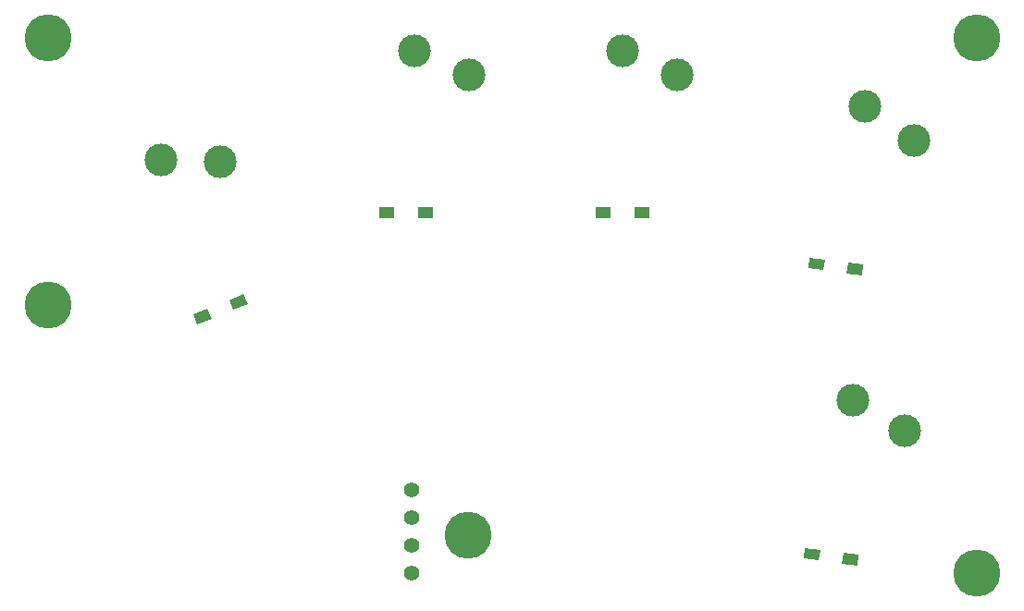
<source format=gts>
%TF.GenerationSoftware,KiCad,Pcbnew,(5.1.9-0-10_14)*%
%TF.CreationDate,2021-05-28T20:21:16+09:00*%
%TF.ProjectId,quali5,7175616c-6935-42e6-9b69-6361645f7063,rev?*%
%TF.SameCoordinates,Original*%
%TF.FileFunction,Soldermask,Top*%
%TF.FilePolarity,Negative*%
%FSLAX46Y46*%
G04 Gerber Fmt 4.6, Leading zero omitted, Abs format (unit mm)*
G04 Created by KiCad (PCBNEW (5.1.9-0-10_14)) date 2021-05-28 20:21:16*
%MOMM*%
%LPD*%
G01*
G04 APERTURE LIST*
%ADD10R,1.400000X1.000000*%
%ADD11C,4.300000*%
%ADD12C,3.000000*%
%ADD13C,0.100000*%
%ADD14C,1.397000*%
G04 APERTURE END LIST*
D10*
%TO.C,D3*%
X130765000Y-104060000D03*
X134315000Y-104060000D03*
%TD*%
D11*
%TO.C,Ref\u002A\u002A*%
X118410000Y-133590000D03*
%TD*%
%TO.C,Ref\u002A\u002A*%
X164910000Y-137090000D03*
%TD*%
%TO.C,Ref\u002A\u002A*%
X164910000Y-88090000D03*
%TD*%
%TO.C,Ref\u002A\u002A*%
X79910000Y-112590000D03*
%TD*%
%TO.C,Ref\u002A\u002A*%
X79910000Y-88090000D03*
%TD*%
D12*
%TO.C,SW2*%
X90229821Y-99224615D03*
X95689875Y-99391387D03*
%TD*%
%TO.C,SW6*%
X153629029Y-121233978D03*
X158323647Y-124026926D03*
%TD*%
%TO.C,SW3*%
X118490000Y-91470000D03*
X113490000Y-89270000D03*
%TD*%
D13*
%TO.C,D1*%
G36*
X96894026Y-113010890D02*
G01*
X96519419Y-112083706D01*
X97817476Y-111559256D01*
X98192083Y-112486440D01*
X96894026Y-113010890D01*
G37*
G36*
X93602524Y-114340744D02*
G01*
X93227917Y-113413560D01*
X94525974Y-112889110D01*
X94900581Y-113816294D01*
X93602524Y-114340744D01*
G37*
%TD*%
D10*
%TO.C,D2*%
X110905000Y-104060000D03*
X114455000Y-104060000D03*
%TD*%
D13*
%TO.C,D4*%
G36*
X153033690Y-109632891D02*
G01*
X153155559Y-108640344D01*
X154545124Y-108810961D01*
X154423255Y-109803508D01*
X153033690Y-109632891D01*
G37*
G36*
X149510152Y-109200255D02*
G01*
X149632021Y-108207708D01*
X151021586Y-108378325D01*
X150899717Y-109370872D01*
X149510152Y-109200255D01*
G37*
%TD*%
%TO.C,D5*%
G36*
X152596052Y-136217283D02*
G01*
X152717921Y-135224736D01*
X154107486Y-135395353D01*
X153985617Y-136387900D01*
X152596052Y-136217283D01*
G37*
G36*
X149072514Y-135784647D02*
G01*
X149194383Y-134792100D01*
X150583948Y-134962717D01*
X150462079Y-135955264D01*
X149072514Y-135784647D01*
G37*
%TD*%
D14*
%TO.C,OL1*%
X113210000Y-137090000D03*
X113210000Y-134550000D03*
X113210000Y-132010000D03*
X113210000Y-129470000D03*
%TD*%
D12*
%TO.C,SW4*%
X132540000Y-89270000D03*
X137540000Y-91470000D03*
%TD*%
%TO.C,SW5*%
X159180546Y-97443134D03*
X154665190Y-94368796D03*
%TD*%
M02*

</source>
